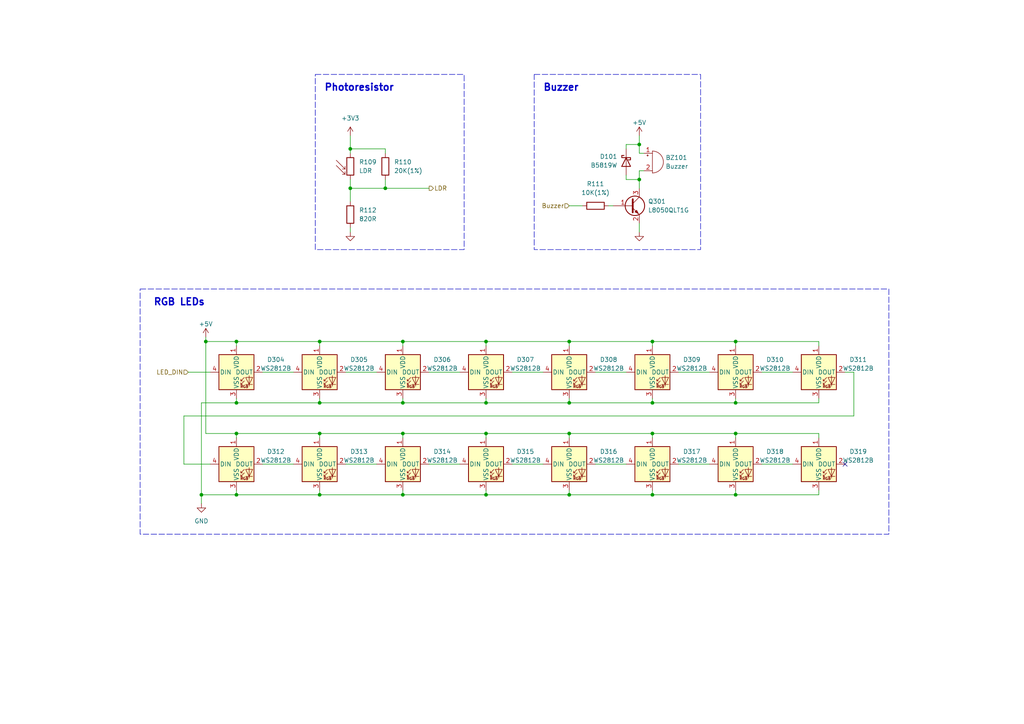
<source format=kicad_sch>
(kicad_sch (version 20230121) (generator eeschema)
  (paper "A4")
  (title_block (title "Radar Safety Sensor") (date "2023-12-20") (rev "Rev.: 1.0") (company "ALPS Electric Czech, s.r.o.") (comment 1 "Designed by Martin Tavoda"))
  (lib_symbols
    (symbol "Device:Buzzer" (pin_names (offset 0.0254) hide)
      (property "Reference" "BZ" (at 3.81 1.27 0))
      (property "Value" "Buzzer" (at 3.81 -1.27 0))
      (symbol "Buzzer_0_1"
        (arc (start 0 -3.175) (mid 3.1612 0) (end 0 3.175))
        (polyline (pts (xy -1.651 1.905) (xy -1.143 1.905)))
        (polyline (pts (xy -1.397 2.159) (xy -1.397 1.651)))
        (polyline (pts (xy 0 3.175) (xy 0 -3.175)))
      )
      (symbol "Buzzer_1_1"
        (pin passive line (at -2.54 2.54 0) (length 2.54) (name "-") (number "1"))
        (pin passive line (at -2.54 -2.54 0) (length 2.54) (name "+") (number "2"))
      )
    )
    (symbol "Device:D_Schottky" (pin_numbers hide) (pin_names (offset 1.016) hide)
      (property "Reference" "D" (at 0 2.54 0))
      (property "Value" "D_Schottky" (at 0 -2.54 0))
      (symbol "D_Schottky_0_1"
        (polyline (pts (xy 1.27 0) (xy -1.27 0)))
        (polyline (pts (xy 1.27 1.27) (xy 1.27 -1.27) (xy -1.27 0) (xy 1.27 1.27)) (stroke (width 0.254)))
        (polyline (pts (xy -1.905 0.635) (xy -1.905 1.27) (xy -1.27 1.27) (xy -1.27 -1.27) (xy -0.635 -1.27) (xy -0.635 -0.635)) (stroke (width 0.254)))
      )
      (symbol "D_Schottky_1_1"
        (pin passive line (at -3.81 0 0) (length 2.54) (name "K") (number "1"))
        (pin passive line (at 3.81 0 180) (length 2.54) (name "A") (number "2"))
      )
    )
    (symbol "Device:R" (pin_numbers hide) (pin_names (offset 0))
      (property "Reference" "R" (at 2.032 0 90))
      (property "Value" "R" (at 0 0 90))
      (symbol "R_0_1"
        (rectangle (start -1.016 -2.54) (end 1.016 2.54) (stroke (width 0.254)))
      )
      (symbol "R_1_1"
        (pin passive line (at 0 3.81 270) (length 1.27) (name "~") (number "1"))
        (pin passive line (at 0 -3.81 90) (length 1.27) (name "~") (number "2"))
      )
    )
    (symbol "Device:R_Photo" (pin_numbers hide) (pin_names (offset 0))
      (property "Reference" "R" (at 1.27 1.27 0))
      (property "Value" "R_Photo" (at 1.27 0 0))
      (symbol "R_Photo_0_1"
        (rectangle (start -1.016 2.54) (end 1.016 -2.54) (stroke (width 0.254)))
        (polyline (pts (xy -1.524 -2.286) (xy -4.064 0.254)))
        (polyline (pts (xy -1.524 -2.286) (xy -2.286 -2.286)))
        (polyline (pts (xy -1.524 -2.286) (xy -1.524 -1.524)))
        (polyline (pts (xy -1.524 -0.762) (xy -4.064 1.778)))
        (polyline (pts (xy -1.524 -0.762) (xy -2.286 -0.762)))
        (polyline (pts (xy -1.524 -0.762) (xy -1.524 0)))
      )
      (symbol "R_Photo_1_1"
        (pin passive line (at 0 3.81 270) (length 1.27) (name "~") (number "1"))
        (pin passive line (at 0 -3.81 90) (length 1.27) (name "~") (number "2"))
      )
    )
    (symbol "LED:WS2812B" (pin_names (offset 0.254))
      (property "Reference" "D" (at 5.08 5.715 0))
      (property "Value" "WS2812B" (at 1.27 -5.715 0))
      (symbol "WS2812B_0_0"
        (text "RGB" (at 2.286 -4.191 0) (effects (font (size 0.762 0.762))))
      )
      (symbol "WS2812B_0_1"
        (polyline (pts (xy 1.27 -3.556) (xy 1.778 -3.556)))
        (polyline (pts (xy 1.27 -2.54) (xy 1.778 -2.54)))
        (polyline (pts (xy 4.699 -3.556) (xy 2.667 -3.556)))
        (polyline (pts (xy 2.286 -2.54) (xy 1.27 -3.556) (xy 1.27 -3.048)))
        (polyline (pts (xy 2.286 -1.524) (xy 1.27 -2.54) (xy 1.27 -2.032)))
        (polyline (pts (xy 3.683 -1.016) (xy 3.683 -3.556) (xy 3.683 -4.064)))
        (polyline (pts (xy 4.699 -1.524) (xy 2.667 -1.524) (xy 3.683 -3.556) (xy 4.699 -1.524)))
        (rectangle (start 5.08 5.08) (end -5.08 -5.08) (stroke (width 0.254)) (fill (type background)))
      )
      (symbol "WS2812B_1_1"
        (pin power_in line (at 0 7.62 270) (length 2.54) (name "VDD") (number "1"))
        (pin output line (at 7.62 0 180) (length 2.54) (name "DOUT") (number "2"))
        (pin power_in line (at 0 -7.62 90) (length 2.54) (name "VSS") (number "3"))
        (pin input line (at -7.62 0 0) (length 2.54) (name "DIN") (number "4"))
      )
    )
    (symbol "Transistor_BJT:BC817" (pin_names (offset 0) hide)
      (property "Reference" "Q" (at 5.08 1.905 0))
      (property "Value" "BC817" (at 5.08 0 0))
      (symbol "BC817_0_1"
        (polyline (pts (xy 0.635 0.635) (xy 2.54 2.54)))
        (polyline (pts (xy 0.635 -0.635) (xy 2.54 -2.54) (xy 2.54 -2.54)))
        (polyline (pts (xy 0.635 1.905) (xy 0.635 -1.905) (xy 0.635 -1.905)) (stroke (width 0.508)))
        (polyline (pts (xy 1.27 -1.778) (xy 1.778 -1.27) (xy 2.286 -2.286) (xy 1.27 -1.778) (xy 1.27 -1.778)) (fill (type outline)))
        (circle (center 1.27 0) (radius 2.8194) (stroke (width 0.254)))
      )
      (symbol "BC817_1_1"
        (pin input line (at -5.08 0 0) (length 5.715) (name "B") (number "1"))
        (pin passive line (at 2.54 -5.08 90) (length 2.54) (name "E") (number "2"))
        (pin passive line (at 2.54 5.08 270) (length 2.54) (name "C") (number "3"))
      )
    )
    (symbol "power:+3V3" (power) (pin_names (offset 0))
      (property "Value" "+3V3" (at 0 3.556 0))
      (symbol "+3V3_0_1"
        (polyline (pts (xy -0.762 1.27) (xy 0 2.54)))
        (polyline (pts (xy 0 0) (xy 0 2.54)))
        (polyline (pts (xy 0 2.54) (xy 0.762 1.27)))
      )
      (symbol "+3V3_1_1"
        (pin power_in line (at 0 0 90) (length 0) hide (name "+3V3") (number "1"))
      )
    )
    (symbol "power:+5V" (power) (pin_names (offset 0))
      (property "Value" "+5V" (at 0 3.556 0))
      (symbol "+5V_0_1"
        (polyline (pts (xy -0.762 1.27) (xy 0 2.54)))
        (polyline (pts (xy 0 0) (xy 0 2.54)))
        (polyline (pts (xy 0 2.54) (xy 0.762 1.27)))
      )
      (symbol "+5V_1_1"
        (pin power_in line (at 0 0 90) (length 0) hide (name "+5V") (number "1"))
      )
    )
    (symbol "power:GND" (power) (pin_names (offset 0))
      (property "Value" "GND" (at 0 -3.81 0))
      (symbol "GND_0_1"
        (polyline (pts (xy 0 0) (xy 0 -1.27) (xy 1.27 -1.27) (xy 0 -2.54) (xy -1.27 -1.27) (xy 0 -1.27)))
      )
      (symbol "GND_1_1"
        (pin power_in line (at 0 0 270) (length 0) hide (name "GND") (number "1"))
      )
    )
  )
  (junction (at 59.69 99.06))
  (junction (at 213.36 125.73))
  (junction (at 116.84 125.73))
  (junction (at 116.84 99.06))
  (junction (at 101.6 54.61))
  (junction (at 189.23 116.84))
  (junction (at 213.36 99.06))
  (junction (at 140.97 143.51))
  (junction (at 140.97 116.84))
  (junction (at 92.71 99.06))
  (junction (at 68.58 143.51))
  (junction (at 189.23 99.06))
  (junction (at 68.58 99.06))
  (junction (at 116.84 143.51))
  (junction (at 58.42 143.51))
  (junction (at 189.23 143.51))
  (junction (at 185.42 52.07))
  (junction (at 68.58 116.84))
  (junction (at 116.84 116.84))
  (junction (at 92.71 125.73))
  (junction (at 165.1 116.84))
  (junction (at 165.1 99.06))
  (junction (at 140.97 99.06))
  (junction (at 165.1 143.51))
  (junction (at 189.23 125.73))
  (junction (at 92.71 116.84))
  (junction (at 165.1 125.73))
  (junction (at 92.71 143.51))
  (junction (at 140.97 125.73))
  (junction (at 213.36 116.84))
  (junction (at 68.58 125.73))
  (junction (at 111.76 54.61))
  (junction (at 213.36 143.51))
  (junction (at 101.6 43.18))
  (junction (at 185.42 41.91))
  (no_connect (at 245.11 134.62))
  (wire (pts (xy 181.61 43.18) (xy 181.61 41.91)))
  (wire (pts (xy 189.23 125.73) (xy 189.23 127)))
  (wire (pts (xy 92.71 143.51) (xy 92.71 142.24)))
  (wire (pts (xy 140.97 125.73) (xy 140.97 127)))
  (wire (pts (xy 140.97 99.06) (xy 165.1 99.06)))
  (wire (pts (xy 116.84 99.06) (xy 116.84 100.33)))
  (wire (pts (xy 101.6 43.18) (xy 111.76 43.18)))
  (wire (pts (xy 165.1 99.06) (xy 165.1 100.33)))
  (wire (pts (xy 92.71 125.73) (xy 68.58 125.73)))
  (wire (pts (xy 140.97 115.57) (xy 140.97 116.84)))
  (wire (pts (xy 213.36 125.73) (xy 213.36 127)))
  (wire (pts (xy 101.6 43.18) (xy 101.6 44.45)))
  (wire (pts (xy 76.2 134.62) (xy 85.09 134.62)))
  (wire (pts (xy 140.97 142.24) (xy 140.97 143.51)))
  (wire (pts (xy 213.36 125.73) (xy 237.49 125.73)))
  (wire (pts (xy 116.84 116.84) (xy 140.97 116.84)))
  (wire (pts (xy 165.1 115.57) (xy 165.1 116.84)))
  (wire (pts (xy 185.42 49.53) (xy 186.69 49.53)))
  (wire (pts (xy 189.23 142.24) (xy 189.23 143.51)))
  (wire (pts (xy 165.1 116.84) (xy 189.23 116.84)))
  (wire (pts (xy 101.6 52.07) (xy 101.6 54.61)))
  (wire (pts (xy 116.84 143.51) (xy 92.71 143.51)))
  (wire (pts (xy 68.58 116.84) (xy 92.71 116.84)))
  (wire (pts (xy 116.84 125.73) (xy 140.97 125.73)))
  (wire (pts (xy 189.23 125.73) (xy 213.36 125.73)))
  (wire (pts (xy 247.65 120.65) (xy 53.34 120.65)))
  (wire (pts (xy 165.1 99.06) (xy 189.23 99.06)))
  (wire (pts (xy 124.46 54.61) (xy 111.76 54.61)))
  (wire (pts (xy 196.85 107.95) (xy 205.74 107.95)))
  (wire (pts (xy 111.76 54.61) (xy 101.6 54.61)))
  (wire (pts (xy 185.42 44.45) (xy 186.69 44.45)))
  (wire (pts (xy 116.84 125.73) (xy 92.71 125.73)))
  (wire (pts (xy 213.36 143.51) (xy 237.49 143.51)))
  (wire (pts (xy 213.36 116.84) (xy 237.49 116.84)))
  (wire (pts (xy 165.1 142.24) (xy 165.1 143.51)))
  (wire (pts (xy 237.49 142.24) (xy 237.49 143.51)))
  (wire (pts (xy 53.34 134.62) (xy 60.96 134.62)))
  (wire (pts (xy 68.58 99.06) (xy 68.58 100.33)))
  (wire (pts (xy 111.76 43.18) (xy 111.76 44.45)))
  (wire (pts (xy 59.69 99.06) (xy 59.69 125.73)))
  (wire (pts (xy 176.53 59.69) (xy 177.8 59.69)))
  (wire (pts (xy 92.71 99.06) (xy 116.84 99.06)))
  (wire (pts (xy 213.36 115.57) (xy 213.36 116.84)))
  (wire (pts (xy 237.49 125.73) (xy 237.49 127)))
  (wire (pts (xy 116.84 99.06) (xy 140.97 99.06)))
  (wire (pts (xy 189.23 115.57) (xy 189.23 116.84)))
  (wire (pts (xy 140.97 125.73) (xy 165.1 125.73)))
  (wire (pts (xy 68.58 125.73) (xy 68.58 127)))
  (wire (pts (xy 100.33 107.95) (xy 109.22 107.95)))
  (wire (pts (xy 124.46 107.95) (xy 133.35 107.95)))
  (wire (pts (xy 245.11 107.95) (xy 247.65 107.95)))
  (wire (pts (xy 213.36 99.06) (xy 237.49 99.06)))
  (wire (pts (xy 59.69 97.79) (xy 59.69 99.06)))
  (wire (pts (xy 68.58 99.06) (xy 92.71 99.06)))
  (wire (pts (xy 140.97 116.84) (xy 165.1 116.84)))
  (wire (pts (xy 189.23 99.06) (xy 213.36 99.06)))
  (wire (pts (xy 220.98 107.95) (xy 229.87 107.95)))
  (wire (pts (xy 58.42 143.51) (xy 68.58 143.51)))
  (wire (pts (xy 58.42 116.84) (xy 58.42 143.51)))
  (wire (pts (xy 172.72 134.62) (xy 181.61 134.62)))
  (wire (pts (xy 92.71 99.06) (xy 92.71 100.33)))
  (wire (pts (xy 165.1 59.69) (xy 168.91 59.69)))
  (wire (pts (xy 213.36 99.06) (xy 213.36 100.33)))
  (wire (pts (xy 185.42 64.77) (xy 185.42 67.31)))
  (wire (pts (xy 165.1 143.51) (xy 189.23 143.51)))
  (wire (pts (xy 181.61 52.07) (xy 185.42 52.07)))
  (wire (pts (xy 101.6 39.37) (xy 101.6 43.18)))
  (wire (pts (xy 116.84 142.24) (xy 116.84 143.51)))
  (wire (pts (xy 140.97 99.06) (xy 140.97 100.33)))
  (wire (pts (xy 116.84 115.57) (xy 116.84 116.84)))
  (wire (pts (xy 172.72 107.95) (xy 181.61 107.95)))
  (wire (pts (xy 101.6 66.04) (xy 101.6 67.31)))
  (wire (pts (xy 76.2 107.95) (xy 85.09 107.95)))
  (wire (pts (xy 165.1 125.73) (xy 165.1 127)))
  (wire (pts (xy 148.59 134.62) (xy 157.48 134.62)))
  (wire (pts (xy 54.61 107.95) (xy 60.96 107.95)))
  (wire (pts (xy 59.69 99.06) (xy 68.58 99.06)))
  (wire (pts (xy 189.23 143.51) (xy 213.36 143.51)))
  (wire (pts (xy 237.49 99.06) (xy 237.49 100.33)))
  (wire (pts (xy 140.97 143.51) (xy 165.1 143.51)))
  (wire (pts (xy 185.42 52.07) (xy 185.42 49.53)))
  (wire (pts (xy 185.42 41.91) (xy 185.42 44.45)))
  (wire (pts (xy 92.71 115.57) (xy 92.71 116.84)))
  (wire (pts (xy 148.59 107.95) (xy 157.48 107.95)))
  (wire (pts (xy 68.58 143.51) (xy 68.58 142.24)))
  (wire (pts (xy 58.42 116.84) (xy 68.58 116.84)))
  (wire (pts (xy 68.58 115.57) (xy 68.58 116.84)))
  (wire (pts (xy 247.65 107.95) (xy 247.65 120.65)))
  (wire (pts (xy 165.1 125.73) (xy 189.23 125.73)))
  (wire (pts (xy 189.23 99.06) (xy 189.23 100.33)))
  (wire (pts (xy 124.46 134.62) (xy 133.35 134.62)))
  (wire (pts (xy 92.71 125.73) (xy 92.71 127)))
  (wire (pts (xy 196.85 134.62) (xy 205.74 134.62)))
  (wire (pts (xy 92.71 116.84) (xy 116.84 116.84)))
  (wire (pts (xy 220.98 134.62) (xy 229.87 134.62)))
  (wire (pts (xy 189.23 116.84) (xy 213.36 116.84)))
  (wire (pts (xy 116.84 143.51) (xy 140.97 143.51)))
  (wire (pts (xy 181.61 41.91) (xy 185.42 41.91)))
  (wire (pts (xy 213.36 142.24) (xy 213.36 143.51)))
  (wire (pts (xy 111.76 52.07) (xy 111.76 54.61)))
  (wire (pts (xy 185.42 54.61) (xy 185.42 52.07)))
  (wire (pts (xy 58.42 143.51) (xy 58.42 146.05)))
  (wire (pts (xy 53.34 120.65) (xy 53.34 134.62)))
  (wire (pts (xy 181.61 50.8) (xy 181.61 52.07)))
  (wire (pts (xy 59.69 125.73) (xy 68.58 125.73)))
  (wire (pts (xy 92.71 143.51) (xy 68.58 143.51)))
  (wire (pts (xy 100.33 134.62) (xy 109.22 134.62)))
  (wire (pts (xy 101.6 54.61) (xy 101.6 58.42)))
  (wire (pts (xy 237.49 115.57) (xy 237.49 116.84)))
  (wire (pts (xy 185.42 39.37) (xy 185.42 41.91)))
  (wire (pts (xy 116.84 125.73) (xy 116.84 127)))
  (rectangle (start 91.44 21.59) (end 134.62 72.39) (stroke (width 0) (type dash)))
  (rectangle (start 154.94 21.59) (end 203.2 72.39) (stroke (width 0) (type dash)))
  (rectangle (start 40.64 83.82) (end 257.81 154.94) (stroke (width 0) (type dash)))
  (text "RGB LEDs" (at 44.45 88.9 0) (effects (font (size 2 2) (thickness 0.4) bold) (justify left bottom)))
  (text "Photoresistor" (at 93.98 26.67 0) (effects (font (size 2 2) (thickness 0.4) bold) (justify left bottom)))
  (text "Buzzer" (at 157.48 26.67 0) (effects (font (size 2 2) (thickness 0.4) bold) (justify left bottom)))
  (hierarchical_label "LDR" (shape output) (at 124.46 54.61 0))
  (hierarchical_label "LED_DIN" (shape input) (at 54.61 107.95 180))
  (hierarchical_label "Buzzer" (shape input) (at 165.1 59.69 180))
  (symbol (lib_id "LED:WS2812B") (at 140.97 134.62 0) (unit 1)
    (property "Reference" "D315" (at 152.4 130.9721 0))
    (property "Value" "WS2812B" (at 152.4 133.5121 0))
    (property "Footprint" "LED_SMD:LED_SK6812MINI_PLCC4_3.5x3.5mm_P1.75mm" (effects hide))
    (property "Datasheet" "https://datasheet.lcsc.com/lcsc/2005251033_Worldsemi-WS2812B-Mini_C527089.pdf" (effects hide))
    (property "LCSC" "C527089" (effects hide))
    (instances (project "CycloRadarDemoKit" (path "" (reference "D315") (unit 1)) (path "" (reference "D513") (unit 1))))
  )
  (symbol (lib_id "LED:WS2812B") (at 92.71 134.62 0) (unit 1)
    (property "Reference" "D313" (at 104.14 130.9721 0))
    (property "Value" "WS2812B" (at 104.14 133.5121 0))
    (property "Footprint" "LED_SMD:LED_SK6812MINI_PLCC4_3.5x3.5mm_P1.75mm" (effects hide))
    (property "Datasheet" "https://datasheet.lcsc.com/lcsc/2005251033_Worldsemi-WS2812B-Mini_C527089.pdf" (effects hide))
    (property "LCSC" "C527089" (effects hide))
    (instances (project "CycloRadarDemoKit" (path "" (reference "D313") (unit 1)) (path "" (reference "D511") (unit 1))))
  )
  (symbol (lib_id "LED:WS2812B") (at 92.71 107.95 0) (unit 1)
    (property "Reference" "D305" (at 104.14 104.3021 0))
    (property "Value" "WS2812B" (at 104.14 106.8421 0))
    (property "Footprint" "LED_SMD:LED_SK6812MINI_PLCC4_3.5x3.5mm_P1.75mm" (effects hide))
    (property "Datasheet" "https://datasheet.lcsc.com/lcsc/2005251033_Worldsemi-WS2812B-Mini_C527089.pdf" (effects hide))
    (property "LCSC" "C527089" (effects hide))
    (instances (project "CycloRadarDemoKit" (path "" (reference "D305") (unit 1)) (path "" (reference "D503") (unit 1))))
  )
  (symbol (lib_id "Transistor_BJT:BC817") (at 182.88 59.69 0) (unit 1)
    (property "Reference" "Q301" (at 187.96 58.42 0) (effects (justify left)))
    (property "Value" "L8050QLT1G" (at 187.96 60.96 0) (effects (justify left)))
    (property "Footprint" "Package_TO_SOT_SMD:SOT-23" (effects hide))
    (property "Datasheet" "https://datasheet.lcsc.com/lcsc/1809051326_LRC-L8050QLT1G_C49581.pdf" (effects hide))
    (property "LCSC" "C49581" (effects hide))
    (instances (project "CycloRadarDemoKit" (path "" (reference "Q301") (unit 1)) (path "" (reference "Q101") (unit 1)) (path "" (reference "Q501") (unit 1))))
  )
  (symbol (lib_id "LED:WS2812B") (at 213.36 134.62 0) (unit 1)
    (property "Reference" "D318" (at 224.79 130.9721 0))
    (property "Value" "WS2812B" (at 224.79 133.5121 0))
    (property "Footprint" "LED_SMD:LED_SK6812MINI_PLCC4_3.5x3.5mm_P1.75mm" (effects hide))
    (property "Datasheet" "https://datasheet.lcsc.com/lcsc/2005251033_Worldsemi-WS2812B-Mini_C527089.pdf" (effects hide))
    (property "LCSC" "C527089" (effects hide))
    (instances (project "CycloRadarDemoKit" (path "" (reference "D318") (unit 1)) (path "" (reference "D516") (unit 1))))
  )
  (symbol (lib_id "Device:R") (at 101.6 62.23 180) (unit 1)
    (property "Reference" "R112" (at 104.14 60.96 0) (effects (justify right)))
    (property "Value" "820R" (at 104.14 63.5 0) (effects (justify right)))
    (property "Footprint" "Resistor_SMD:R_0603_1608Metric" (effects hide))
    (property "LCSC" "C23253" (effects hide))
    (instances (project "CycloRadarDemoKit" (path "" (reference "R112") (unit 1)) (path "" (reference "R504") (unit 1))))
  )
  (symbol (lib_id "Device:R") (at 111.76 48.26 180) (unit 1)
    (property "Reference" "R110" (at 114.3 46.99 0) (effects (justify right)))
    (property "Value" "20K(1%)" (at 114.3 49.53 0) (effects (justify right)))
    (property "Footprint" "Resistor_SMD:R_0603_1608Metric" (effects hide))
    (property "LCSC" "C4184" (effects hide))
    (instances (project "CycloRadarDemoKit" (path "" (reference "R110") (unit 1)) (path "" (reference "R502") (unit 1))))
  )
  (symbol (lib_id "Device:Buzzer") (at 189.23 46.99 0) (unit 1)
    (property "Reference" "BZ101" (at 193.04 45.72 0) (effects (justify left)))
    (property "Value" "Buzzer" (at 193.04 48.26 0) (effects (justify left)))
    (property "Footprint" "Buzzer_Beeper:Buzzer_D9mm_P5mm" (effects hide))
    (property "Datasheet" "https://cz.mouser.com/datasheet/2/1005/20200508fa3cc-2324857.pdf" (effects hide))
    (property "Mouser" "253-AX905P3" (effects hide))
    (instances (project "CycloRadarDemoKit" (path "" (reference "BZ101") (unit 1)) (path "" (reference "BZ501") (unit 1))))
  )
  (symbol (lib_id "Device:R_Photo") (at 101.6 48.26 0) (unit 1)
    (property "Reference" "R109" (at 104.14 46.99 0) (effects (justify left)))
    (property "Value" "LDR" (at 104.14 49.53 0) (effects (justify left)))
    (property "Footprint" "OptoDevice:R_LDR_5.1x4.3mm_P3.4mm_Vertical" (effects hide))
    (instances (project "CycloRadarDemoKit" (path "" (reference "R109") (unit 1)) (path "" (reference "R501") (unit 1))))
  )
  (symbol (lib_id "LED:WS2812B") (at 165.1 134.62 0) (unit 1)
    (property "Reference" "D316" (at 176.53 130.9721 0))
    (property "Value" "WS2812B" (at 176.53 133.5121 0))
    (property "Footprint" "LED_SMD:LED_SK6812MINI_PLCC4_3.5x3.5mm_P1.75mm" (effects hide))
    (property "Datasheet" "https://datasheet.lcsc.com/lcsc/2005251033_Worldsemi-WS2812B-Mini_C527089.pdf" (effects hide))
    (property "LCSC" "C527089" (effects hide))
    (instances (project "CycloRadarDemoKit" (path "" (reference "D316") (unit 1)) (path "" (reference "D514") (unit 1))))
  )
  (symbol (lib_id "LED:WS2812B") (at 165.1 107.95 0) (unit 1)
    (property "Reference" "D308" (at 176.53 104.3021 0))
    (property "Value" "WS2812B" (at 176.53 106.8421 0))
    (property "Footprint" "LED_SMD:LED_SK6812MINI_PLCC4_3.5x3.5mm_P1.75mm" (effects hide))
    (property "Datasheet" "https://datasheet.lcsc.com/lcsc/2005251033_Worldsemi-WS2812B-Mini_C527089.pdf" (effects hide))
    (property "LCSC" "C527089" (effects hide))
    (instances (project "CycloRadarDemoKit" (path "" (reference "D308") (unit 1)) (path "" (reference "D506") (unit 1))))
  )
  (symbol (lib_id "power:GND") (at 185.42 67.31 0) (unit 1)
    (property "Reference" "#PWR0117" (effects hide))
    (property "Value" "GND" (effects hide))
    (instances (project "CycloRadarDemoKit" (path "" (reference "#PWR0117") (unit 1)) (path "" (reference "#PWR0504") (unit 1))))
  )
  (symbol (lib_id "power:+5V") (at 185.42 39.37 0) (unit 1)
    (property "Reference" "#PWR0409" (effects hide))
    (property "Value" "+5V" (at 185.42 35.56 0))
    (instances (project "CycloRadarDemoKit" (path "" (reference "#PWR0409") (unit 1)) (path "" (reference "#PWR0114") (unit 1)) (path "" (reference "#PWR0502") (unit 1))))
  )
  (symbol (lib_id "LED:WS2812B") (at 116.84 134.62 0) (unit 1)
    (property "Reference" "D314" (at 128.27 130.9721 0))
    (property "Value" "WS2812B" (at 128.27 133.5121 0))
    (property "Footprint" "LED_SMD:LED_SK6812MINI_PLCC4_3.5x3.5mm_P1.75mm" (effects hide))
    (property "Datasheet" "https://datasheet.lcsc.com/lcsc/2005251033_Worldsemi-WS2812B-Mini_C527089.pdf" (effects hide))
    (property "LCSC" "C527089" (effects hide))
    (instances (project "CycloRadarDemoKit" (path "" (reference "D314") (unit 1)) (path "" (reference "D512") (unit 1))))
  )
  (symbol (lib_id "power:GND") (at 58.42 146.05 0) (unit 1)
    (property "Reference" "#PWR0318" (effects hide))
    (property "Value" "GND" (at 58.42 151.13 0))
    (instances (project "CycloRadarDemoKit" (path "" (reference "#PWR0318") (unit 1)) (path "" (reference "#PWR0506") (unit 1))))
  )
  (symbol (lib_id "LED:WS2812B") (at 140.97 107.95 0) (unit 1)
    (property "Reference" "D307" (at 152.4 104.3021 0))
    (property "Value" "WS2812B" (at 152.4 106.8421 0))
    (property "Footprint" "LED_SMD:LED_SK6812MINI_PLCC4_3.5x3.5mm_P1.75mm" (effects hide))
    (property "Datasheet" "https://datasheet.lcsc.com/lcsc/2005251033_Worldsemi-WS2812B-Mini_C527089.pdf" (effects hide))
    (property "LCSC" "C527089" (effects hide))
    (instances (project "CycloRadarDemoKit" (path "" (reference "D307") (unit 1)) (path "" (reference "D505") (unit 1))))
  )
  (symbol (lib_id "LED:WS2812B") (at 189.23 107.95 0) (unit 1)
    (property "Reference" "D309" (at 200.66 104.3021 0))
    (property "Value" "WS2812B" (at 200.66 106.8421 0))
    (property "Footprint" "LED_SMD:LED_SK6812MINI_PLCC4_3.5x3.5mm_P1.75mm" (effects hide))
    (property "Datasheet" "https://datasheet.lcsc.com/lcsc/2005251033_Worldsemi-WS2812B-Mini_C527089.pdf" (effects hide))
    (property "LCSC" "C527089" (effects hide))
    (instances (project "CycloRadarDemoKit" (path "" (reference "D309") (unit 1)) (path "" (reference "D507") (unit 1))))
  )
  (symbol (lib_id "power:+5V") (at 59.69 97.79 0) (unit 1)
    (property "Reference" "#PWR0403" (effects hide))
    (property "Value" "+5V" (at 59.69 93.98 0))
    (instances (project "CycloRadarDemoKit" (path "" (reference "#PWR0403") (unit 1)) (path "" (reference "#PWR0317") (unit 1)) (path "" (reference "#PWR0505") (unit 1))))
  )
  (symbol (lib_id "LED:WS2812B") (at 116.84 107.95 0) (unit 1)
    (property "Reference" "D306" (at 128.27 104.3021 0))
    (property "Value" "WS2812B" (at 128.27 106.8421 0))
    (property "Footprint" "LED_SMD:LED_SK6812MINI_PLCC4_3.5x3.5mm_P1.75mm" (effects hide))
    (property "Datasheet" "https://datasheet.lcsc.com/lcsc/2005251033_Worldsemi-WS2812B-Mini_C527089.pdf" (effects hide))
    (property "LCSC" "C527089" (effects hide))
    (instances (project "CycloRadarDemoKit" (path "" (reference "D306") (unit 1)) (path "" (reference "D504") (unit 1))))
  )
  (symbol (lib_id "power:GND") (at 101.6 67.31 0) (unit 1)
    (property "Reference" "#PWR0118" (effects hide))
    (property "Value" "GND" (effects hide))
    (instances (project "CycloRadarDemoKit" (path "" (reference "#PWR0118") (unit 1)) (path "" (reference "#PWR0503") (unit 1))))
  )
  (symbol (lib_id "LED:WS2812B") (at 237.49 134.62 0) (unit 1)
    (property "Reference" "D319" (at 248.92 130.9721 0))
    (property "Value" "WS2812B" (at 248.92 133.5121 0))
    (property "Footprint" "LED_SMD:LED_SK6812MINI_PLCC4_3.5x3.5mm_P1.75mm" (effects hide))
    (property "Datasheet" "https://datasheet.lcsc.com/lcsc/2005251033_Worldsemi-WS2812B-Mini_C527089.pdf" (effects hide))
    (property "LCSC" "C527089" (effects hide))
    (instances (project "CycloRadarDemoKit" (path "" (reference "D319") (unit 1)) (path "" (reference "D517") (unit 1))))
  )
  (symbol (lib_id "LED:WS2812B") (at 213.36 107.95 0) (unit 1)
    (property "Reference" "D310" (at 224.79 104.3021 0))
    (property "Value" "WS2812B" (at 224.79 106.8421 0))
    (property "Footprint" "LED_SMD:LED_SK6812MINI_PLCC4_3.5x3.5mm_P1.75mm" (effects hide))
    (property "Datasheet" "https://datasheet.lcsc.com/lcsc/2005251033_Worldsemi-WS2812B-Mini_C527089.pdf" (effects hide))
    (property "LCSC" "C527089" (effects hide))
    (instances (project "CycloRadarDemoKit" (path "" (reference "D310") (unit 1)) (path "" (reference "D508") (unit 1))))
  )
  (symbol (lib_id "LED:WS2812B") (at 237.49 107.95 0) (unit 1)
    (property "Reference" "D311" (at 248.92 104.3021 0))
    (property "Value" "WS2812B" (at 248.92 106.8421 0))
    (property "Footprint" "LED_SMD:LED_SK6812MINI_PLCC4_3.5x3.5mm_P1.75mm" (effects hide))
    (property "Datasheet" "https://datasheet.lcsc.com/lcsc/2005251033_Worldsemi-WS2812B-Mini_C527089.pdf" (effects hide))
    (property "LCSC" "C527089" (effects hide))
    (instances (project "CycloRadarDemoKit" (path "" (reference "D311") (unit 1)) (path "" (reference "D509") (unit 1))))
  )
  (symbol (lib_id "power:+3V3") (at 101.6 39.37 0) (unit 1)
    (property "Reference" "#PWR0116" (effects hide))
    (property "Value" "+3V3" (at 101.6 34.29 0))
    (instances (project "CycloRadarDemoKit" (path "" (reference "#PWR0116") (unit 1)) (path "" (reference "#PWR0501") (unit 1))))
  )
  (symbol (lib_id "LED:WS2812B") (at 68.58 134.62 0) (unit 1)
    (property "Reference" "D312" (at 80.01 130.9721 0))
    (property "Value" "WS2812B" (at 80.01 133.5121 0))
    (property "Footprint" "LED_SMD:LED_SK6812MINI_PLCC4_3.5x3.5mm_P1.75mm" (effects hide))
    (property "Datasheet" "https://datasheet.lcsc.com/lcsc/2005251033_Worldsemi-WS2812B-Mini_C527089.pdf" (effects hide))
    (property "LCSC" "C527089" (effects hide))
    (instances (project "CycloRadarDemoKit" (path "" (reference "D312") (unit 1)) (path "" (reference "D510") (unit 1))))
  )
  (symbol (lib_id "Device:R") (at 172.72 59.69 270) (unit 1)
    (property "Reference" "R111" (at 172.72 53.34 90))
    (property "Value" "10K(1%)" (at 172.72 55.88 90))
    (property "Footprint" "Resistor_SMD:R_0603_1608Metric" (effects hide))
    (property "LCSC" "C25804" (effects hide))
    (instances (project "CycloRadarDemoKit" (path "" (reference "R111") (unit 1)) (path "" (reference "R503") (unit 1))))
  )
  (symbol (lib_id "LED:WS2812B") (at 68.58 107.95 0) (unit 1)
    (property "Reference" "D304" (at 80.01 104.3021 0))
    (property "Value" "WS2812B" (at 80.01 106.8421 0))
    (property "Footprint" "LED_SMD:LED_SK6812MINI_PLCC4_3.5x3.5mm_P1.75mm" (effects hide))
    (property "Datasheet" "https://datasheet.lcsc.com/lcsc/2005251033_Worldsemi-WS2812B-Mini_C527089.pdf" (effects hide))
    (property "LCSC" "C527089" (effects hide))
    (instances (project "CycloRadarDemoKit" (path "" (reference "D304") (unit 1)) (path "" (reference "D502") (unit 1))))
  )
  (symbol (lib_id "LED:WS2812B") (at 189.23 134.62 0) (unit 1)
    (property "Reference" "D317" (at 200.66 130.9721 0))
    (property "Value" "WS2812B" (at 200.66 133.5121 0))
    (property "Footprint" "LED_SMD:LED_SK6812MINI_PLCC4_3.5x3.5mm_P1.75mm" (effects hide))
    (property "Datasheet" "https://datasheet.lcsc.com/lcsc/2005251033_Worldsemi-WS2812B-Mini_C527089.pdf" (effects hide))
    (property "LCSC" "C527089" (effects hide))
    (instances (project "CycloRadarDemoKit" (path "" (reference "D317") (unit 1)) (path "" (reference "D515") (unit 1))))
  )
  (symbol (lib_id "Device:D_Schottky") (at 181.61 46.99 90) (mirror x) (unit 1)
    (property "Reference" "D101" (at 179.07 45.4025 90) (effects (justify left)))
    (property "Value" "B5819W" (at 179.07 47.9425 90) (effects (justify left)))
    (property "Footprint" "Diode_SMD:D_SOD-123" (effects hide))
    (property "LCSC" "C8598" (effects hide))
    (instances (project "CycloRadarDemoKit" (path "" (reference "D101") (unit 1)) (path "" (reference "D501") (unit 1))))
  )
)
</source>
